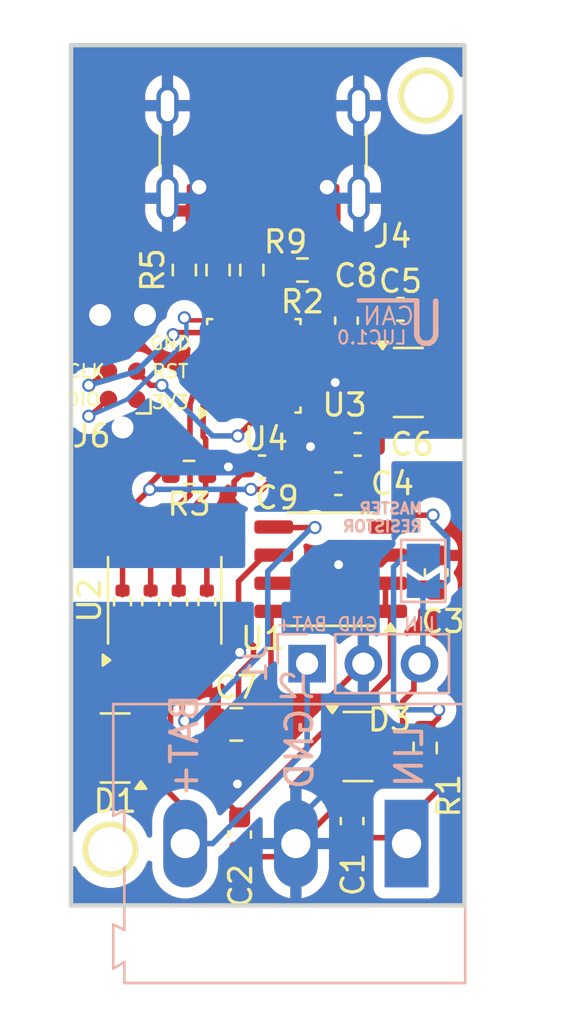
<source format=kicad_pcb>
(kicad_pcb (version 20240108) (generator "pcbnew") (generator_version "8.0")
  (layers (0 "F.Cu" signal) (31 "B.Cu" signal) (34 "B.Paste" user) (35 "F.Paste" user) (36 "B.SilkS" user "B.Silkscreen") (37 "F.SilkS" user "F.Silkscreen") (38 "B.Mask" user) (39 "F.Mask" user) (44 "Edge.Cuts" user))
  (net 0 "")
  (net 1 "GND")
  (net 2 "+3V3")
  (net 3 "SW_CLK")
  (net 4 "SW_DIO")
  (net 5 "/USART_TX")
  (net 6 "/USART_RX")
  (net 7 "Net-(J1-Pin_3)")
  (net 8 "+5V")
  (net 9 "-BATT")
  (net 10 "Net-(D3-K)")
  (net 11 "/USB_DM")
  (net 12 "/USB_DP")
  (net 13 "Net-(JP1-A)")
  (net 15 "+3.3VA")
  (net 20 "unconnected-(U4-PB0-Pad14)")
  (net 32 "unconnected-(U4-PB8-Pad1)")
  (net 34 "Net-(J4-CC2)")
  (net 35 "Net-(J4-CC1)")
  (net 37 "Net-(J4-D--PadA7)")
  (net 38 "Net-(J4-D+-PadA6)")
  (net 39 "Net-(D1-A)")
  (net 40 "Net-(U1-RXD)")
  (net 41 "Net-(U1-TXD)")
  (net 43 "Net-(J6-~{RESET})")
  (footprint "usb_ccb_custom:1pin" (layer "F.Cu") (at 142 109.8)
    (property "Reference" "mh1" (hide yes))
    (property "Value" "fiducial" (hide yes))
  )
  (footprint "Capacitor_SMD:C_0603_1608Metric" (layer "F.Cu") (at 152.922 108.53 90)
    (property "Reference" "C1")
    (property "Value" "220p")
  )
  (footprint "Connector_USB:USB_C_Receptacle_GCT_USB4105-xx-A_16P_TopMnt_Horizontal" (layer "F.Cu") (at 148.9 77.288 180)
    (property "Reference" "J4")
    (property "Value" "USB_C_Receptacle_USB2.0_16P")
  )
  (footprint "Resistor_SMD:R_0603_1608Metric" (layer "F.Cu") (at 156.224 105.228 -90)
    (property "Reference" "R1")
    (property "Value" "1k")
  )
  (footprint "Resistor_SMD:R_0603_1608Metric" (layer "F.Cu") (at 145.556 92.782 180)
    (property "Reference" "R3")
    (property "Value" "10k")
  )
  (footprint "Package_SO:SOIC-8_3.9x4.9mm_P1.27mm" (layer "F.Cu") (at 144.455 98.559 90)
    (property "Reference" "U2")
    (property "Value" "ISO7321CDR")
  )
  (footprint "Package_TO_SOT_SMD:SOT-23" (layer "F.Cu") (at 155.462 88.718)
    (property "Reference" "U3")
    (property "Value" "MCP1700T-3302ETT")
  )
  (footprint "Package_TO_SOT_SMD:SOT-23" (layer "F.Cu") (at 153.192 105.162)
    (property "Reference" "D3")
    (property "Value" "BAV70")
  )
  (footprint "Package_DFN_QFN:QFN-28_4x4mm_P0.5mm" (layer "F.Cu") (at 148.482 87.964 90)
    (property "Reference" "U4")
    (property "Value" "STM32F042G6U6")
  )
  (footprint "Capacitor_SMD:C_0805_2012Metric" (layer "F.Cu") (at 147.6896 104.1612)
    (property "Reference" "C7")
    (property "Value" "10u")
  )
  (footprint "Capacitor_SMD:C_0603_1608Metric" (layer "F.Cu") (at 147.842 109.1396 -90)
    (property "Reference" "C2")
    (property "Value" "1u")
  )
  (footprint "Package_SO:SO-8_3.9x4.9mm_P1.27mm" (layer "F.Cu") (at 151.9568 97.1508 180)
    (property "Reference" "U1")
    (property "Value" "TJA1028T/3V3/20/1J")
  )
  (footprint "Capacitor_SMD:C_0603_1608Metric" (layer "F.Cu") (at 156.7232 97.3032 -90)
    (property "Reference" "C3")
    (property "Value" "100n")
  )
  (footprint "Capacitor_SMD:C_0603_1608Metric" (layer "F.Cu") (at 152.3036 93.29 180)
    (property "Reference" "C4")
    (property "Value" "100n")
  )
  (footprint "Capacitor_SMD:C_0603_1608Metric" (layer "F.Cu") (at 155.1064 85.416 180)
    (property "Reference" "C5")
    (property "Value" "1u")
  )
  (footprint "Capacitor_SMD:C_0603_1608Metric" (layer "F.Cu") (at 153.176 91.512 180)
    (property "Reference" "C6")
    (property "Value" "1u")
  )
  (footprint "Capacitor_SMD:C_0603_1608Metric" (layer "F.Cu") (at 152.668 85.924 -90)
    (property "Reference" "C8")
    (property "Value" "10n")
  )
  (footprint "Capacitor_SMD:C_0603_1608Metric" (layer "F.Cu") (at 148.858 92.528 180)
    (property "Reference" "C9")
    (property "Value" "100n")
  )
  (footprint "Package_TO_SOT_SMD:SOT-23" (layer "F.Cu") (at 142.2175 105.228 180)
    (property "Reference" "D1")
    (property "Value" "BAV70")
  )
  (footprint "Resistor_SMD:R_0603_1608Metric" (layer "F.Cu") (at 145.344 83.638 90)
    (property "Reference" "R5")
    (property "Value" "5K1")
  )
  (footprint "Connector:Tag-Connect_TC2030-IDC-NL_2x03_P1.27mm_Vertical" (layer "F.Cu") (at 142.55 88.21 90)
    (property "Reference" "J6")
    (property "Value" "Conn_ARM_SWD_TagConnect_TC2030-NL")
  )
  (footprint "Resistor_SMD:R_0402_1005Metric" (layer "F.Cu") (at 145.09 98.624 90)
    (property "Reference" "R4" (hide yes))
    (property "Value" "0R")
  )
  (footprint "Resistor_SMD:R_0603_1608Metric" (layer "F.Cu") (at 146.868 83.638 90)
    (property "Reference" "R10" (hide yes))
    (property "Value" "33")
  )
  (footprint "Resistor_SMD:R_0402_1005Metric" (layer "F.Cu") (at 142.55 98.624 90)
    (property "Reference" "R7" (hide yes))
    (property "Value" "0R")
  )
  (footprint "usb_ccb_custom:1pin" (layer "F.Cu") (at 156.266 75.764)
    (property "Reference" "mh2" (hide yes))
    (property "Value" "fiducial" (hide yes))
  )
  (footprint "Resistor_SMD:R_0603_1608Metric" (layer "F.Cu") (at 150.678 83.638 180)
    (property "Reference" "R2")
    (property "Value" "5K1")
  )
  (footprint "Resistor_SMD:R_0603_1608Metric" (layer "F.Cu") (at 148.392 83.638 90)
    (property "Reference" "R9")
    (property "Value" "33")
  )
  (footprint "Resistor_SMD:R_0402_1005Metric" (layer "F.Cu") (at 143.82 98.624 90)
    (property "Reference" "R6" (hide yes))
    (property "Value" "0R")
  )
  (footprint "Resistor_SMD:R_0402_1005Metric" (layer "F.Cu") (at 146.36 98.624 90)
    (property "Reference" "R8" (hide yes))
    (property "Value" "0R")
  )
  (footprint "Connector_PinHeader_2.54mm:PinHeader_1x03_P2.54mm_Vertical" (layer "B.Cu") (at 150.89 101.418 -90)
    (property "Reference" "J1")
    (property "Value" "Conn_01x03")
  )
  (footprint "TerminalBlock:TerminalBlock_Altech_AK300-3_P5.00mm" (layer "B.Cu") (at 155.382 109.546 180)
    (property "Reference" "J2")
    (property "Value" "TerminalBlock")
  )
  (footprint "Jumper:SolderJumper-2_P1.3mm_Open_TrianglePad1.0x1.5mm" (layer "B.Cu") (at 156.139 97.227 -90)
    (property "Reference" "JP1" (hide yes))
    (property "Value" "Jumper_2_Small_Open")
  )
  (gr_line (start 155.867134 85.010166) (end 153.221534 85.010166) (stroke (width 0.2)) (layer "B.SilkS"))
  (gr_line (start 158.002 112.34) (end 140.222 112.34) (stroke (width 0.2)) (layer "Edge.Cuts"))
  (gr_line (start 158.002 73.478) (end 158.002 112.34) (stroke (width 0.2)) (layer "Edge.Cuts"))
  (gr_line (start 140.222 73.478) (end 158.002 73.478) (stroke (width 0.2)) (layer "Edge.Cuts"))
  (gr_line (start 140.222 112.34) (end 140.222 73.478) (stroke (width 0.2)) (layer "Edge.Cuts"))
  (gr_text "GND" (at 150.551 103.323 90) (layer "B.SilkS") (effects (font (size 1.2 1.2) (thickness 0.175)) (justify left mirror)))
  (gr_text "GND" (at 153.176 99.64 0) (layer "B.SilkS") (effects (font (size 0.6 0.6) (thickness 0.1)) (justify mirror)))
  (gr_text "LIN" (at 155.97 99.64 0) (layer "B.SilkS") (effects (font (size 0.6 0.6) (thickness 0.1)) (justify mirror)))
  (gr_text "BAT+" (at 150.636 99.64 0) (layer "B.SilkS") (effects (font (size 0.6 0.6) (thickness 0.1)) (justify mirror)))
  (gr_text "LIN" (at 155.504 104.085 90) (layer "B.SilkS") (effects (font (size 1.2 1.2) (thickness 0.175)) (justify left mirror)))
  (gr_text "LUC1.0" (at 153.809734 86.686566 0) (layer "B.SilkS") (effects (font (size 0.6 0.6) (thickness 0.1)) (justify mirror)))
  (gr_text "CAN" (at 154.571734 85.721366 0) (layer "B.SilkS") (effects (font (size 0.8 0.8) (thickness 0.1)) (justify mirror)))
  (gr_text "BAT+" (at 145.344 102.688 90) (layer "B.SilkS") (effects (font (size 1.2 1.2) (thickness 0.175)) (justify left mirror)))
  (gr_text "MASTER \n RESISTOR" (at 154.488 94.814 0) (layer "B.SilkS") (effects (font (size 0.5 0.5) (thickness 0.125)) (justify mirror)))
  (gr_text "U" (at 156.273534 86.076966 0) (layer "B.SilkS") (effects (font (size 1.9 1.5) (thickness 0.25))))
  (gr_text "RST" (at 144.709 88.21 0) (layer "F.SilkS") (effects (font (size 0.6 0.6) (thickness 0.1))))
  (gr_text "GND" (at 144.709 86.94 0) (layer "F.SilkS") (effects (font (size 0.6 0.6) (thickness 0.1))))
  (gr_text "CLK" (at 140.899 88.21 0) (layer "F.SilkS") (effects (font (size 0.6 0.6) (thickness 0.1))))
  (gr_text "DIO" (at 140.772 89.48 0) (layer "F.SilkS") (effects (font (size 0.6 0.6) (thickness 0.1))))
  (gr_text "3V3" (at 144.709 89.607 0) (layer "F.SilkS") (effects (font (size 0.6 0.6) (thickness 0.1))))
  (segment (start 152.626 88.904) (end 152.626 91.012) (width 0.25) (layer "F.Cu") (net 1))
  (segment (start 152.668 88.718) (end 152.16 88.718) (width 0.25) (layer "F.Cu") (net 1))
  (segment (start 146.3434 95.0264) (end 147.588 93.7818) (width 0.25) (layer "F.Cu") (net 1))
  (segment (start 146.3434 96.2764) (end 146.3434 95.0264) (width 0.25) (layer "F.Cu") (net 1))
  (segment (start 152.668 86.474) (end 152.168 86.474) (width 0.25) (layer "F.Cu") (net 1))
  (segment (start 152.5534 83.638) (end 154.3314 85.416) (width 0.25) (layer "F.Cu") (net 1))
  (segment (start 154.462 87.768) (end 153.762 87.768) (width 0.25) (layer "F.Cu") (net 1))
  (segment (start 152.626 92.02) (end 151.61 93.036) (width 0.25) (layer "F.Cu") (net 1))
  (segment (start 146.36 98.304) (end 146.36 96.084) (width 0.25) (layer "F.Cu") (net 1))
  (segment (start 153.618 87.768) (end 152.668 88.718) (width 0.25) (layer "F.Cu") (net 1))
  (segment (start 148.258 92.528) (end 147.588 93.198) (width 0.25) (layer "F.Cu") (net 1))
  (segment (start 153.762 87.768) (end 152.626 88.904) (width 0.25) (layer "F.Cu") (net 1))
  (segment (start 151.503 83.638) (end 152.5534 83.638) (width 0.25) (layer "F.Cu") (net 1))
  (segment (start 151.61 92.536) (end 151.144 92.07) (width 0.25) (layer "F.Cu") (net 1))
  (segment (start 152.168 86.474) (end 151.186 85.162) (width 0.25) (layer "F.Cu") (net 1))
  (segment (start 151.56 93.036) (end 151.61 93.036) (width 0.25) (layer "F.Cu") (net 1))
  (segment (start 147.588 93.7818) (end 147.588 93.198) (width 0.25) (layer "F.Cu") (net 1))
  (segment (start 151.61 93.036) (end 151.61 92.536) (width 0.25) (layer "F.Cu") (net 1))
  (segment (start 152.626 91.012) (end 152.626 91.512) (width 0.25) (layer "F.Cu") (net 1))
  (segment (start 148.308 92.528) (end 147.334 92.528) (width 0.25) (layer "F.Cu") (net 1))
  (segment (start 149.662 85.162) (end 149.482 85.478998) (width 0.25) (layer "F.Cu") (net 1))
  (segment (start 148.308 92.528) (end 148.258 92.528) (width 0.25) (layer "F.Cu") (net 1))
  (segment (start 151.186 85.162) (end 149.662 85.162) (width 0.25) (layer "F.Cu") (net 1))
  (segment (start 154.462 87.768) (end 153.618 87.768) (width 0.25) (layer "F.Cu") (net 1))
  (segment (start 152.626 91.512) (end 152.626 92.02) (width 0.25) (layer "F.Cu") (net 1))
  (segment (start 149.482 85.478998) (end 149.482 86.064) (width 0.25) (layer "F.Cu") (net 1))
  (via (at 147.334 92.528) (size 0.6) (drill 0.4) (layers "F.Cu" "B.Cu") (net 1))
  (via (at 152.16 88.718) (size 0.6) (drill 0.4) (layers "F.Cu" "B.Cu") (net 1))
  (via (at 151.0424 91.6136) (size 0.6) (drill 0.4) (layers "F.Cu" "B.Cu") (net 1))
  (segment (start 150.844001 92.369999) (end 147.492001 92.369999) (width 0.25) (layer "B.Cu") (net 1))
  (segment (start 147.492001 92.369999) (end 147.334 92.528) (width 0.25) (layer "B.Cu") (net 1))
  (segment (start 151.144 92.07) (end 150.844001 92.369999) (width 0.25) (layer "B.Cu") (net 1))
  (segment (start 153.0536 93.865) (end 152.7142 94.2044) (width 0.2) (layer "F.Cu") (net 2))
  (segment (start 148.982 92.102) (end 149.408 92.528) (width 0.25) (layer "F.Cu") (net 2))
  (segment (start 144.731 91.026) (end 143.185 89.48) (width 0.25) (layer "F.Cu") (net 2))
  (segment (start 149.408 92.528) (end 149.408 92.994) (width 0.25) (layer "F.Cu") (net 2))
  (segment (start 148.982 89.864) (end 148.982 92.102) (width 0.25) (layer "F.Cu") (net 2))
  (segment (start 144.806 92.582) (end 144.806 92.782) (width 0.25) (layer "F.Cu") (net 2))
  (segment (start 142.5334 96.2764) (end 142.5334 94.7886) (width 0.25) (layer "F.Cu") (net 2))
  (segment (start 148.982 89.864) (end 148.982 89.339) (width 0.25) (layer "F.Cu") (net 2))
  (segment (start 153.0536 93.29) (end 153.0536 93.865) (width 0.2) (layer "F.Cu") (net 2))
  (segment (start 144.731 92.782) (end 144.731 91.026) (width 0.25) (layer "F.Cu") (net 2))
  (segment (start 152.7142 94.2044) (end 150.7094 94.2044) (width 0.2) (layer "F.Cu") (net 2))
  (segment (start 149.408 84.654) (end 151.618 84.654) (width 0.25) (layer "F.Cu") (net 2))
  (segment (start 154.462 89.668) (end 153.726 90.404) (width 0.25) (layer "F.Cu") (net 2))
  (segment (start 153.726 91.712) (end 153.926 91.512) (width 0.2) (layer "F.Cu") (net 2))
  (segment (start 149.846798 92.528) (end 149.408 92.528) (width 0.25) (layer "F.Cu") (net 2))
  (segment (start 144.806 92.782) (end 144.306 92.782) (width 0.25) (layer "F.Cu") (net 2))
  (segment (start 149.608 93.103) (end 149.608 92.528) (width 0.2) (layer "F.Cu") (net 2))
  (segment (start 153.0536 93.29) (end 153.0536 92.6416) (width 0.2) (layer "F.Cu") (net 2))
  (segment (start 153.726 90.404) (end 153.726 92.02) (width 0.25) (layer "F.Cu") (net 2))
  (segment (start 148.982 89.339) (end 148.982 86.064) (width 0.25) (layer "F.Cu") (net 2))
  (segment (start 151.618 84.654) (end 152.168 85.374) (width 0.25) (layer "F.Cu") (net 2))
  (segment (start 150.7094 94.2044) (end 149.608 93.103) (width 0.2) (layer "F.Cu") (net 2))
  (segment (start 149.408 92.994) (end 148.858 93.544) (width 0.25) (layer "F.Cu") (net 2))
  (segment (start 144.306 92.782) (end 143.778 93.31) (width 0.25) (layer "F.Cu") (net 2))
  (segment (start 153.726 92.02) (end 153.726 91.712) (width 0.2) (layer "F.Cu") (net 2))
  (segment (start 152.71 93.036) (end 152.770002 93.036) (width 0.25) (layer "F.Cu") (net 2))
  (segment (start 142.55 98.304) (end 142.55 96.084) (width 0.25) (layer "F.Cu") (net 2))
  (segment (start 148.982 86.064) (end 148.982 85.342587) (width 0.25) (layer "F.Cu") (net 2))
  (segment (start 153.98 91.7152) (end 153.98 91.566) (width 0.2) (layer "F.Cu") (net 2))
  (segment (start 148.982 85.342587) (end 149.408 84.654) (width 0.25) (layer "F.Cu") (net 2))
  (segment (start 148.482 86.064) (end 148.982 86.064) (width 0.25) (layer "F.Cu") (net 2))
  (segment (start 153.98 91.566) (end 153.926 91.512) (width 0.2) (layer "F.Cu") (net 2))
  (segment (start 153.0536 92.6416) (end 153.98 91.7152) (width 0.2) (layer "F.Cu") (net 2))
  (segment (start 142.5334 94.7886) (end 143.778 93.544) (width 0.25) (layer "F.Cu") (net 2))
  (segment (start 148.858 93.544) (end 148.35 93.544) (width 0.25) (layer "F.Cu") (net 2))
  (segment (start 152.168 85.374) (end 152.668 85.374) (width 0.25) (layer "F.Cu") (net 2))
  (via (at 148.35 93.544) (size 0.6) (drill 0.4) (layers "F.Cu" "B.Cu") (net 2))
  (via (at 143.778 93.544) (size 0.6) (drill 0.4) (layers "F.Cu" "B.Cu") (net 2))
  (segment (start 148.35 93.544) (end 143.778 93.544) (width 0.25) (layer "B.Cu") (net 2))
  (segment (start 146.4845 86.464) (end 144.931 86.464) (width 0.25) (layer "F.Cu") (net 3))
  (segment (start 141.026 88.845) (end 141.915 88.21) (width 0.25) (layer "F.Cu") (net 3))
  (segment (start 144.931 86.464) (end 144.836 86.559) (width 0.25) (layer "F.Cu") (net 3))
  (via (at 144.836 86.559) (size 0.6) (drill 0.4) (layers "F.Cu" "B.Cu") (net 3))
  (via (at 141.026 88.845) (size 0.6) (drill 0.4) (layers "F.Cu" "B.Cu") (net 3))
  (segment (start 141.026 88.845) (end 143.185 88.21) (width 0.25) (layer "B.Cu") (net 3))
  (segment (start 143.185 88.21) (end 144.836 86.559) (width 0.25) (layer "B.Cu") (net 3))
  (segment (start 146.97324 85.91168) (end 146.97324 86.014558) (width 0.25) (layer "F.Cu") (net 4))
  (segment (start 141.026 90.242) (end 141.915 89.48) (width 0.2) (layer "F.Cu") (net 4))
  (segment (start 146.97324 86.1654) (end 146.974 86.16616) (width 0.2) (layer "F.Cu") (net 4))
  (segment (start 146.97324 85.91168) (end 146.97324 86.1654) (width 0.2) (layer "F.Cu") (net 4))
  (segment (start 146.97324 85.91168) (end 145.45868 85.91168) (width 0.2) (layer "F.Cu") (net 4))
  (segment (start 145.45868 85.91168) (end 145.344 85.797) (width 0.2) (layer "F.Cu") (net 4))
  (via (at 141.026 90.242) (size 0.6) (drill 0.4) (layers "F.Cu" "B.Cu") (net 4))
  (via (at 145.344 85.797) (size 0.6) (drill 0.4) (layers "F.Cu" "B.Cu") (net 4))
  (segment (start 141.026 90.242) (end 142.763529 89.48) (width 0.2) (layer "B.Cu") (net 4))
  (segment (start 142.763529 89.48) (end 145.436 86.807529) (width 0.2) (layer "B.Cu") (net 4))
  (segment (start 145.436 85.889) (end 145.344 85.797) (width 0.2) (layer "B.Cu") (net 4))
  (segment (start 145.436 86.807529) (end 145.436 85.889) (width 0.2) (layer "B.Cu") (net 4))
  (segment (start 145.8235 88.972) (end 146.582 88.964) (width 0.25) (layer "F.Cu") (net 5))
  (segment (start 143.82 98.304) (end 143.82 96.084) (width 0.25) (layer "F.Cu") (net 5))
  (segment (start 143.82 95.3475) (end 145.598 93.798) (width 0.25) (layer "F.Cu") (net 5))
  (segment (start 143.82 96.084) (end 143.82 95.3475) (width 0.25) (layer "F.Cu") (net 5))
  (segment (start 145.598 93.798) (end 145.598 89.734) (width 0.25) (layer "F.Cu") (net 5))
  (segment (start 143.8034 96.2764) (end 143.8034 95.5304) (width 0.25) (layer "F.Cu") (net 5))
  (segment (start 145.598 89.734) (end 145.8235 88.972) (width 0.25) (layer "F.Cu") (net 5))
  (segment (start 143.8034 95.5304) (end 144.032 95.3018) (width 0.25) (layer "F.Cu") (net 5))
  (segment (start 146.191 89.755) (end 146.482 89.464) (width 0.25) (layer "F.Cu") (net 6))
  (segment (start 146.4246 89.46768) (end 146.67396 89.46768) (width 0.2) (layer "F.Cu") (net 6))
  (segment (start 146.4246 89.46768) (end 146.658338 89.46768) (width 0.25) (layer "F.Cu") (net 6))
  (segment (start 145.0734 95.0264) (end 146.306 93.7938) (width 0.25) (layer "F.Cu") (net 6))
  (segment (start 146.318 92.794) (end 146.306 92.782) (width 0.25) (layer "F.Cu") (net 6))
  (segment (start 146.191 91.155) (end 146.191 89.755) (width 0.25) (layer "F.Cu") (net 6))
  (segment (start 145.09 98.304) (end 145.09 96.084) (width 0.25) (layer "F.Cu") (net 6))
  (segment (start 146.4246 89.46768) (end 146.649439 89.46768) (width 0.25) (layer "F.Cu") (net 6))
  (segment (start 145.0734 96.2764) (end 145.0734 95.0264) (width 0.25) (layer "F.Cu") (net 6))
  (segment (start 146.306 93.7938) (end 146.306 93.482) (width 0.25) (layer "F.Cu") (net 6))
  (segment (start 146.306 92.782) (end 146.306 91.27) (width 0.25) (layer "F.Cu") (net 6))
  (segment (start 146.306 91.27) (end 146.191 91.155) (width 0.25) (layer "F.Cu") (net 6))
  (segment (start 145.0988 96.3018) (end 145.0734 96.2764) (width 0.25) (layer "F.Cu") (net 6))
  (segment (start 146.306 93.482) (end 146.306 92.782) (width 0.25) (layer "F.Cu") (net 6))
  (segment (start 146.67396 89.46768) (end 146.727639 89.414001) (width 0.2) (layer "F.Cu") (net 6))
  (segment (start 155.208 103.128081) (end 155.208 104.747002) (width 0.25) (layer "F.Cu") (net 7))
  (segment (start 156.5796 94.7124) (end 155.1902 94.7124) (width 0.25) (layer "F.Cu") (net 7))
  (segment (start 155.116 109.28) (end 155.382 109.546) (width 0.25) (layer "F.Cu") (net 7))
  (segment (start 156.986 105.228) (end 157.24 105.482) (width 0.25) (layer "F.Cu") (net 7))
  (segment (start 155.716 101.418) (end 155.716 102.620081) (width 0.25) (layer "F.Cu") (net 7))
  (segment (start 155.382 108.556) (end 155.382 109.546) (width 0.25) (layer "F.Cu") (net 7))
  (segment (start 155.716 102.620081) (end 155.208 103.128081) (width 0.25) (layer "F.Cu") (net 7))
  (segment (start 152.922 109.28) (end 155.116 109.28) (width 0.25) (layer "F.Cu") (net 7))
  (segment (start 155.688998 105.228) (end 156.986 105.228) (width 0.25) (layer "F.Cu") (net 7))
  (segment (start 155.208 104.747002) (end 155.688998 105.228) (width 0.25) (layer "F.Cu") (net 7))
  (segment (start 155.716 102.620081) (end 155.716 101.672) (width 0.25) (layer "F.Cu") (net 7))
  (segment (start 157.24 105.482) (end 157.24 106.698) (width 0.25) (layer "F.Cu") (net 7))
  (segment (start 155.1902 94.7124) (end 154.6568 95.2458) (width 0.25) (layer "F.Cu") (net 7))
  (segment (start 157.24 106.698) (end 155.382 108.556) (width 0.25) (layer "F.Cu") (net 7))
  (segment (start 155.716 101.672) (end 155.97 101.418) (width 0.25) (layer "F.Cu") (net 7))
  (via (at 156.5796 94.7124) (size 0.6) (drill 0.4) (layers "F.Cu" "B.Cu") (net 7))
  (segment (start 157.24 95.7284) (end 156.5796 95.068) (width 0.25) (layer "B.Cu") (net 7))
  (segment (start 157.24 97.6598) (end 157.24 95.7284) (width 0.25) (layer "B.Cu") (net 7))
  (segment (start 156.5796 95.068) (end 156.5796 94.7124) (width 0.25) (layer "B.Cu") (net 7))
  (segment (start 156.1224 101.2656) (end 155.97 101.418) (width 0.25) (layer "B.Cu") (net 7))
  (segment (start 157.0074 97.8924) (end 157.24 97.6598) (width 0.25) (layer "B.Cu") (net 7))
  (segment (start 156.1224 97.8924) (end 157.0074 97.8924) (width 0.25) (layer "B.Cu") (net 7))
  (segment (start 156.1224 97.8924) (end 156.1224 101.2656) (width 0.25) (layer "B.Cu") (net 7))
  (segment (start 146.5 80.45) (end 146.5 80.968) (width 0.25) (layer "F.Cu") (net 8))
  (segment (start 156.462 86.324) (end 155.554 85.416) (width 0.25) (layer "F.Cu") (net 8))
  (segment (start 151.3 80.968) (end 151.3 81.542999) (width 0.25) (layer "F.Cu") (net 8))
  (segment (start 156.462 88.718) (end 156.462 86.324) (width 0.25) (layer "F.Cu") (net 8))
  (segment (start 155.554 85.416) (end 155.504 85.416) (width 0.25) (layer "F.Cu") (net 8))
  (segment (start 150.468 79.618) (end 147.332 79.618) (width 0.25) (layer "F.Cu") (net 8))
  (segment (start 151.3 80.968) (end 151.3 80.45) (width 0.25) (layer "F.Cu") (net 8))
  (segment (start 153.395001 83.638) (end 155.25 83.638) (width 0.25) (layer "F.Cu") (net 8))
  (segment (start 151.3 80.45) (end 150.468 79.618) (width 0.25) (layer "F.Cu") (net 8))
  (segment (start 155.8814 84.2694) (end 155.8814 85.416) (width 0.25) (layer "F.Cu") (net 8))
  (segment (start 147.332 79.618) (end 146.5 80.45) (width 0.25) (layer "F.Cu") (net 8))
  (segment (start 155.25 83.638) (end 155.8814 84.2694) (width 0.25) (layer "F.Cu") (net 8))
  (segment (start 151.3 81.542999) (end 153.395001 83.638) (width 0.25) (layer "F.Cu") (net 8))
  (segment (start 150.762 109.166) (end 150.382 109.546) (width 0.25) (layer "F.Cu") (net 9))
  (segment (start 150.531 109.546) (end 150.382 109.546) (width 0.25) (layer "F.Cu") (net 9))
  (segment (start 152.3124 96.9476) (end 154.225 96.9476) (width 0.25) (layer "F.Cu") (net 9))
  (segment (start 156.6858 96.5158) (end 156.7232 96.5532) (width 0.2) (layer "F.Cu") (net 9))
  (segment (start 147.842 110.1396) (end 149.7884 110.1396) (width 0.25) (layer "F.Cu") (net 9))
  (segment (start 150.37 109.534) (end 150.382 109.546) (width 0.25) (layer "F.Cu") (net 9))
  (segment (start 147.842 100.91) (end 146.7098 100.91) (width 0.25) (layer "F.Cu") (net 9))
  (segment (start 146.3434 103.815) (end 146.6896 104.1612) (width 0.25) (layer "F.Cu") (net 9))
  (segment (start 152.297 107.78) (end 150.531 109.546) (width 0.25) (layer "F.Cu") (net 9))
  (segment (start 152.922 107.78) (end 152.297 107.78) (width 0.25) (layer "F.Cu") (net 9))
  (segment (start 149.7884 110.1396) (end 150.382 109.546) (width 0.25) (layer "F.Cu") (net 9))
  (segment (start 146.7098 100.91) (end 146.3434 101.2764) (width 0.25) (layer "F.Cu") (net 9))
  (segment (start 154.225 96.9476) (end 154.6568 96.5158) (width 0.25) (layer "F.Cu") (net 9))
  (segment (start 153.43 101.418) (end 148.0452 106.8028) (width 0.25) (layer "F.Cu") (net 9))
  (segment (start 148.0452 106.8028) (end 147.7912 106.8028) (width 0.25) (layer "F.Cu") (net 9))
  (segment (start 150.128 109.292) (end 150.382 109.546) (width 0.25) (layer "F.Cu") (net 9))
  (segment (start 154.6568 96.5158) (end 156.6858 96.5158) (width 0.2) (layer "F.Cu") (net 9))
  (segment (start 147.7912 106.8028) (end 147.7404 106.8536) (width 0.25) (layer "F.Cu") (net 9))
  (via (at 152.3124 96.9476) (size 0.6) (drill 0.4) (layers "F.Cu" "B.Cu") (net 9))
  (via (at 147.842 100.91) (size 0.6) (drill 0.4) (layers "F.Cu" "B.Cu") (net 9))
  (via (at 147.7404 106.8536) (size 0.6) (drill 0.4) (layers "F.Cu" "B.Cu") (net 9))
  (segment (start 143.4732 102.688) (end 145.1496 101.0116) (width 0.25) (layer "B.Cu") (net 9))
  (segment (start 152.7188 99.504719) (end 152.7188 96.8968) (width 0.25) (layer "B.Cu") (net 9))
  (segment (start 150.382 108.556) (end 153.43 105.508) (width 0.25) (layer "B.Cu") (net 9))
  (segment (start 147.7404 101.0116) (end 147.842 100.91) (width 0.25) (layer "B.Cu") (net 9))
  (segment (start 153.43 105.508) (end 153.43 102.620081) (width 0.25) (layer "B.Cu") (net 9))
  (segment (start 145.1496 101.0116) (end 147.7404 101.0116) (width 0.25) (layer "B.Cu") (net 9))
  (segment (start 153.43 101.418) (end 153.43 100.215919) (width 0.25) (layer "B.Cu") (net 9))
  (segment (start 152.3632 96.8968) (end 152.3124 96.9476) (width 0.25) (layer "B.Cu") (net 9))
  (segment (start 153.43 102.620081) (end 153.43 101.418) (width 0.25) (layer "B.Cu") (net 9))
  (segment (start 147.7404 106.8536) (end 147.316136 106.8536) (width 0.25) (layer "B.Cu") (net 9))
  (segment (start 150.382 109.546) (end 150.382 108.556) (width 0.25) (layer "B.Cu") (net 9))
  (segment (start 143.4732 103.010664) (end 143.4732 102.688) (width 0.25) (layer "B.Cu") (net 9))
  (segment (start 153.43 100.215919) (end 152.7188 99.504719) (width 0.25) (layer "B.Cu") (net 9))
  (segment (start 152.7188 96.8968) (end 152.3632 96.8968) (width 0.25) (layer "B.Cu") (net 9))
  (segment (start 147.316136 106.8536) (end 143.4732 103.010664) (width 0.25) (layer "B.Cu") (net 9))
  (segment (start 154.997002 105.482) (end 154.997002 105.267002) (width 0.25) (layer "F.Cu") (net 10))
  (segment (start 154.192 105.162) (end 154.242 105.162) (width 0.25) (layer "F.Cu") (net 10))
  (segment (start 154.242 105.162) (end 154.3588 105.2788) (width 0.25) (layer "F.Cu") (net 10))
  (segment (start 154.677002 105.162) (end 154.997002 105.482) (width 0.25) (layer "F.Cu") (net 10))
  (segment (start 155.493002 105.978) (end 155.524 105.978) (width 0.25) (layer "F.Cu") (net 10))
  (segment (start 154.997002 105.482) (end 155.493002 105.978) (width 0.25) (layer "F.Cu") (net 10))
  (segment (start 154.997002 105.267002) (end 154.892 105.162) (width 0.25) (layer "F.Cu") (net 10))
  (segment (start 155.524 105.978) (end 156.224 105.978) (width 0.25) (layer "F.Cu") (net 10))
  (segment (start 156.09 106.112) (end 156.224 105.978) (width 0.25) (layer "F.Cu") (net 10))
  (segment (start 154.3588 105.2788) (end 154.793802 105.2788) (width 0.25) (layer "F.Cu") (net 10))
  (segment (start 154.892 105.162) (end 154.192 105.162) (width 0.25) (layer "F.Cu") (net 10))
  (segment (start 147.982 86.0265) (end 147.982 84.873) (width 0.25) (layer "F.Cu") (net 11))
  (segment (start 147.982 84.873) (end 148.392 84.463) (width 0.25) (layer "F.Cu") (net 11))
  (segment (start 147.482 86.0265) (end 147.482 85.077) (width 0.25) (layer "F.Cu") (net 12))
  (segment (start 147.482 85.077) (end 146.868 84.463) (width 0.25) (layer "F.Cu") (net 12))
  (segment (start 156.8336 103.5008) (end 156.8336 103.8684) (width 0.25) (layer "F.Cu") (net 13))
  (segment (start 156.8336 103.8684) (end 156.224 104.478) (width 0.25) (layer "F.Cu") (net 13))
  (via (at 156.8336 103.5008) (size 0.6) (drill 0.4) (layers "F.Cu" "B.Cu") (net 13))
  (segment (start 156.1224 96.6124) (end 155.2374 96.6124) (width 0.25) (layer "B.Cu") (net 13))
  (segment (start 155.2374 96.6124) (end 154.794999 97.054801) (width 0.25) (layer "B.Cu") (net 13))
  (segment (start 154.794999 103.087799) (end 155.208 103.5008) (width 0.25) (layer "B.Cu") (net 13))
  (segment (start 155.208 103.5008) (end 156.8336 103.5008) (width 0.25) (layer "B.Cu") (net 13))
  (segment (start 154.794999 97.054801) (end 154.794999 103.087799) (width 0.25) (layer "B.Cu") (net 13))
  (segment (start 148.6896 105.0362) (end 147.844589 105.881211) (width 0.25) (layer "F.Cu") (net 15))
  (segment (start 145.714596 105.881211) (end 144.267001 104.433616) (width 0.25) (layer "F.Cu") (net 15))
  (segment (start 151.5518 97.7858) (end 153.6318 97.7858) (width 0.25) (layer "F.Cu") (net 15))
  (segment (start 149.2568 103.594) (end 148.6896 104.1612) (width 0.25) (layer "F.Cu") (net 15))
  (segment (start 153.6318 97.7858) (end 154.6568 97.7858) (width 0.25) (layer "F.Cu") (net 15))
  (segment (start 143.241402 102.5264) (end 143.0374 102.5264) (width 0.25) (layer "F.Cu") (net 15))
  (segment (start 147.717 108.1396) (end 147.842 108.1396) (width 0.25) (layer "F.Cu") (net 15))
  (segment (start 152.192 104.212) (end 152.375002 104.212) (width 0.25) (layer "F.Cu") (net 15))
  (segment (start 144.267001 104.433616) (end 144.267001 103.551999) (width 0.25) (layer "F.Cu") (net 15))
  (segment (start 144.267001 103.551999) (end 143.241402 102.5264) (width 0.25) (layer "F.Cu") (net 15))
  (segment (start 144.358975 105.162) (end 146.586575 107.3896) (width 0.25) (layer "F.Cu") (net 15))
  (segment (start 154.6568 99.6058) (end 154.6568 99.0558) (width 0.25) (layer "F.Cu") (net 15))
  (segment (start 151.8946 104.212) (end 147.967 108.1396) (width 0.25) (layer "F.Cu") (net 15))
  (segment (start 142.5334 102.0224) (end 142.5334 101.2764) (width 0.25) (layer "F.Cu") (net 15))
  (segment (start 146.586575 107.3896) (end 146.967 107.3896) (width 0.25) (layer "F.Cu") (net 15))
  (segment (start 147.844589 105.881211) (end 145.714596 105.881211) (width 0.25) (layer "F.Cu") (net 15))
  (segment (start 154.6568 97.7858) (end 156.5122 97.7858) (width 0.25) (layer "F.Cu") (net 15))
  (segment (start 149.2568 99.0558) (end 150.2818 99.0558) (width 0.25) (layer "F.Cu") (net 15))
  (segment (start 146.967 107.3896) (end 147.717 108.1396) (width 0.25) (layer "F.Cu") (net 15))
  (segment (start 152.192 104.212) (end 151.8946 104.212) (width 0.25) (layer "F.Cu") (net 15))
  (segment (start 150.2818 99.0558) (end 151.5518 97.7858) (width 0.25) (layer "F.Cu") (net 15))
  (segment (start 154.6568 101.930202) (end 154.6568 99.6058) (width 0.25) (layer "F.Cu") (net 15))
  (segment (start 154.6568 97.7858) (end 156.4558 97.7858) (width 0.2) (layer "F.Cu") (net 15))
  (segment (start 143.0374 102.5264) (end 142.5334 102.0224) (width 0.25) (layer "F.Cu") (net 15))
  (segment (start 152.375002 104.212) (end 154.6568 101.930202) (width 0.25) (layer "F.Cu") (net 15))
  (segment (start 154.981 98.878) (end 155.208 98.878) (width 0.25) (layer "F.Cu") (net 15))
  (segment (start 142.55 98.944) (end 142.55 101.034) (width 0.25) (layer "F.Cu") (net 15))
  (segment (start 147.967 108.1396) (end 147.842 108.1396) (width 0.25) (layer "F.Cu") (net 15))
  (segment (start 149.2568 99.0558) (end 149.2568 103.594) (width 0.25) (layer "F.Cu") (net 15))
  (segment (start 141.492 105.162) (end 144.358975 105.162) (width 0.25) (layer "F.Cu") (net 15))
  (segment (start 148.6896 104.1612) (end 148.6896 105.0362) (width 0.25) (layer "F.Cu") (net 15))
  (segment (start 156.4558 97.7858) (end 156.7232 98.0532) (width 0.2) (layer "F.Cu") (net 15))
  (segment (start 156.5122 97.7858) (end 156.5796 97.8532) (width 0.25) (layer "F.Cu") (net 15))
  (segment (start 154.4318 99.0558) (end 154.4318 97.7858) (width 0.25) (layer "F.Cu") (net 15))
  (segment (start 150.53432 86.46032) (end 150.28568 86.46032) (width 0.2) (layer "F.Cu") (net 20))
  (segment (start 150.28568 86.46032) (end 150.232001 86.513999) (width 0.2) (layer "F.Cu") (net 20))
  (segment (start 146.974 90.01304) (end 146.974 89.76156) (width 0.2) (layer "F.Cu") (net 32))
  (segment (start 146.974 90.01304) (end 146.974 89.791921) (width 0.25) (layer "F.Cu") (net 32))
  (segment (start 146.974 89.76156) (end 147.031999 89.703561) (width 0.2) (layer "F.Cu") (net 32))
  (segment (start 146.289 81.868) (end 146.850908 81.868) (width 0.25) (layer "F.Cu") (net 34))
  (segment (start 146.850908 81.868) (end 147.15 81.568908) (width 0.25) (layer "F.Cu") (net 34))
  (segment (start 147.15 81.568908) (end 147.15 80.968) (width 0.25) (layer "F.Cu") (net 34))
  (segment (start 145.344 82.813) (end 146.289 81.868) (width 0.25) (layer "F.Cu") (net 34))
  (segment (start 150.15 83.341) (end 150.15 80.968) (width 0.25) (layer "F.Cu") (net 35))
  (segment (start 149.853 83.638) (end 150.15 83.341) (width 0.25) (layer "F.Cu") (net 35))
  (segment (start 149.392764 81.868) (end 149.65 81.610764) (width 0.25) (layer "F.Cu") (net 37))
  (segment (start 148.65 80.968) (end 148.65 81.610764) (width 0.25) (layer "F.Cu") (net 37))
  (segment (start 148.65 82.555) (end 148.65 80.968) (width 0.25) (layer "F.Cu") (net 37))
  (segment (start 149.65 81.610764) (end 149.65 80.968) (width 0.25) (layer "F.Cu") (net 37))
  (segment (start 148.65 81.610764) (end 148.907236 81.868) (width 0.25) (layer "F.Cu") (net 37))
  (segment (start 148.907236 81.868) (end 149.392764 81.868) (width 0.25) (layer "F.Cu") (net 37))
  (segment (start 148.392 82.813) (end 148.65 82.555) (width 0.25) (layer "F.Cu") (net 37))
  (segment (start 148.15 80.968) (end 148.15 80.325236) (width 0.25) (layer "F.Cu") (net 38))
  (segment (start 149.15 80.325236) (end 149.15 80.968) (width 0.25) (layer "F.Cu") (net 38))
  (segment (start 146.931 82.813) (end 147.876 81.868) (width 0.25) (layer "F.Cu") (net 38))
  (segment (start 148.15 81.610764) (end 148.15 80.968) (width 0.25) (layer "F.Cu") (net 38))
  (segment (start 148.15 80.325236) (end 148.407236 80.068) (width 0.25) (layer "F.Cu") (net 38))
  (segment (start 147.892764 81.868) (end 148.15 81.610764) (width 0.25) (layer "F.Cu") (net 38))
  (segment (start 147.876 81.868) (end 147.892764 81.868) (width 0.25) (layer "F.Cu") (net 38))
  (segment (start 148.407236 80.068) (end 148.892764 80.068) (width 0.25) (layer "F.Cu") (net 38))
  (segment (start 148.892764 80.068) (end 149.15 80.325236) (width 0.25) (layer "F.Cu") (net 38))
  (segment (start 146.868 82.813) (end 146.931 82.813) (width 0.25) (layer "F.Cu") (net 38))
  (segment (start 150.89 101.418) (end 150.89 102.146998) (width 0.25) (layer "F.Cu") (net 39))
  (segment (start 145.382 110.536) (end 145.382 109.546) (width 0.25) (layer "F.Cu") (net 39))
  (segment (start 145.382 108.45) (end 145.382 109.546) (width 0.25) (layer "F.Cu") (net 39))
  (segment (start 145.382 109.546) (end 146.144 108.784) (width 0.25) (layer "F.Cu") (net 39))
  (segment (start 143.519 106.112) (end 145.6195 108.2125) (width 0.25) (layer "F.Cu") (net 39))
  (segment (start 143.492 106.112) (end 143.519 106.112) (width 0.25) (layer "F.Cu") (net 39))
  (segment (start 145.6195 108.2125) (end 145.382 108.45) (width 0.25) (layer "F.Cu") (net 39))
  (segment (start 146.622 109.546) (end 145.382 109.546) (width 0.25) (layer "B.Cu") (net 39))
  (segment (start 150.89 101.418) (end 150.89 105.278) (width 0.25) (layer "B.Cu") (net 39))
  (segment (start 150.89 105.278) (end 146.622 109.546) (width 0.25) (layer "B.Cu") (net 39))
  (segment (start 145.2512 102.7042) (end 145.2512 103.9072) (width 0.25) (layer "F.Cu") (net 40))
  (segment (start 149.2822 95.2712) (end 149.2568 95.2458) (width 0.25) (layer "F.Cu") (net 40))
  (segment (start 145.0734 101.2764) (end 145.0734 102.5264) (width 0.25) (layer "F.Cu") (net 40))
  (segment (start 145.09 98.944) (end 145.09 101.034) (width 0.25) (layer "F.Cu") (net 40))
  (segment (start 145.0988 101.251) (end 145.0734 101.2764) (width 0.25) (layer "F.Cu") (net 40))
  (segment (start 145.0734 102.5264) (end 145.2512 102.7042) (width 0.25) (layer "F.Cu") (net 40))
  (segment (start 151.2456 95.2712) (end 149.2822 95.2712) (width 0.25) (layer "F.Cu") (net 40))
  (segment (start 145.347953 104.003953) (end 145.357647 104.003953) (width 0.25) (layer "F.Cu") (net 40))
  (segment (start 145.2512 103.9072) (end 145.347953 104.003953) (width 0.25) (layer "F.Cu") (net 40))
  (via (at 145.357647 104.003953) (size 0.6) (drill 0.4) (layers "F.Cu" "B.Cu") (net 40))
  (via (at 151.2456 95.2712) (size 0.6) (drill 0.4) (layers "F.Cu" "B.Cu") (net 40))
  (segment (start 150.9916 95.3728) (end 151.144 95.3728) (width 0.25) (layer "B.Cu") (net 40))
  (segment (start 149.112 97.2524) (end 150.9916 95.3728) (width 0.25) (layer "B.Cu") (net 40))
  (segment (start 149.112 100.673864) (end 149.112 97.2524) (width 0.25) (layer "B.Cu") (net 40))
  (segment (start 145.357647 104.003953) (end 145.781911 104.003953) (width 0.25) (layer "B.Cu") (net 40))
  (segment (start 151.144 95.3728) (end 151.2456 95.2712) (width 0.25) (layer "B.Cu") (net 40))
  (segment (start 145.781911 104.003953) (end 149.112 100.673864) (width 0.25) (layer "B.Cu") (net 40))
  (segment (start 147.7912 101.885802) (end 147.7912 104.769602) (width 0.25) (layer "F.Cu") (net 41))
  (segment (start 145.900996 105.4312) (end 144.717012 104.247216) (width 0.25) (layer "F.Cu") (net 41))
  (segment (start 144.717012 102.936012) (end 143.8034 102.0224) (width 0.25) (layer "F.Cu") (net 41))
  (segment (start 148.467001 101.210001) (end 147.7912 101.885802) (width 0.25) (layer "F.Cu") (net 41))
  (segment (start 147.129602 105.4312) (end 145.900996 105.4312) (width 0.25) (layer "F.Cu") (net 41))
  (segment (start 147.7912 104.769602) (end 147.129602 105.4312) (width 0.25) (layer "F.Cu") (net 41))
  (segment (start 149.2568 96.5158) (end 148.9762 96.5158) (width 0.25) (layer "F.Cu") (net 41))
  (segment (start 147.7912 97.7008) (end 147.7912 99.934198) (width 0.25) (layer "F.Cu") (net 41))
  (segment (start 143.82 98.944) (end 143.82 101.034) (width 0.25) (layer "F.Cu") (net 41))
  (segment (start 148.9762 96.5158) (end 147.7912 97.7008) (width 0.25) (layer "F.Cu") (net 41))
  (segment (start 144.717012 104.247216) (end 144.717012 102.936012) (width 0.25) (layer "F.Cu") (net 41))
  (segment (start 148.467001 100.609999) (end 148.467001 101.210001) (width 0.25) (layer "F.Cu") (net 41))
  (segment (start 147.7912 99.934198) (end 148.467001 100.609999) (width 0.25) (layer "F.Cu") (net 41))
  (segment (start 148.482 89.864) (end 148.482 90.389) (width 0.25) (layer "F.Cu") (net 43))
  (segment (start 148.482 89.9015) (end 148.482 90.406) (width 0.25) (layer "F.Cu") (net 43))
  (segment (start 148.482 90.406) (end 147.757 91.131) (width 0.25) (layer "F.Cu") (net 43))
  (segment (start 143.82 88.845) (end 143.185 88.21) (width 0.25) (layer "F.Cu") (net 43))
  (segment (start 144.328 88.845) (end 143.82 88.845) (width 0.25) (layer "F.Cu") (net 43))
  (via (at 144.328 88.845) (size 0.6) (drill 0.4) (layers "F.Cu" "B.Cu") (net 43))
  (via (at 147.757 91.131) (size 0.6) (drill 0.4) (layers "F.Cu" "B.Cu") (net 43))
  (segment (start 147.757 91.131) (end 146.614 91.131) (width 0.25) (layer "B.Cu") (net 43))
  (segment (start 146.614 91.131) (end 144.328 88.845) (width 0.25) (layer "B.Cu") (net 43))
  (zone (net 1) (net_name "GND") (layer "F.Cu") (connect_pads (clearance 0.5)) (min_thickness 0.254) (fill yes (thermal_gap 0.508) (thermal_bridge_width 0.508))
    (polygon (pts (xy 140.222 97.1) (xy 148.096 97.1) (xy 148.096 94.56) (xy 154.192 94.56) (xy 154.192 91.258) (xy 157.748 91.258) (xy 158.002 91.258) (xy 158.002 73.478) (xy 140.222 73.478)))
  )
  (zone (net 9) (net_name "-BATT") (layer "F.Cu") (connect_pads (clearance 0.5)) (min_thickness 0.254) (fill yes (thermal_gap 0.508) (thermal_bridge_width 0.508))
    (polygon (pts (xy 140.222 98.624) (xy 150.128 98.624) (xy 150.128 95.83) (xy 154.7 95.83) (xy 154.7 92.274) (xy 157.494 92.274) (xy 158.002 92.274) (xy 158.002 112.34) (xy 140.222 112.34)))
  )
  (zone (net 9) (net_name "-BATT") (layer "B.Cu") (connect_pads (clearance 0.5)) (min_thickness 0.254) (fill yes (thermal_gap 0.508) (thermal_bridge_width 0.508))
    (polygon (pts (xy 140.222 98.624) (xy 150.128 98.624) (xy 150.128 95.83) (xy 154.7 95.83) (xy 154.7 92.274) (xy 157.494 92.274) (xy 158.002 92.274) (xy 158.002 112.34) (xy 140.222 112.34)))
  )
  (zone (net 1) (net_name "GND") (layer "B.Cu") (connect_pads (clearance 0.5)) (min_thickness 0.254) (fill yes (thermal_gap 0.508) (thermal_bridge_width 0.508))
    (polygon (pts (xy 140.222 97.1) (xy 148.096 97.1) (xy 148.096 94.56) (xy 154.192 94.56) (xy 154.192 91.258) (xy 157.748 91.258) (xy 158.002 91.258) (xy 158.002 73.478) (xy 140.222 73.478)))
  )
)
</source>
